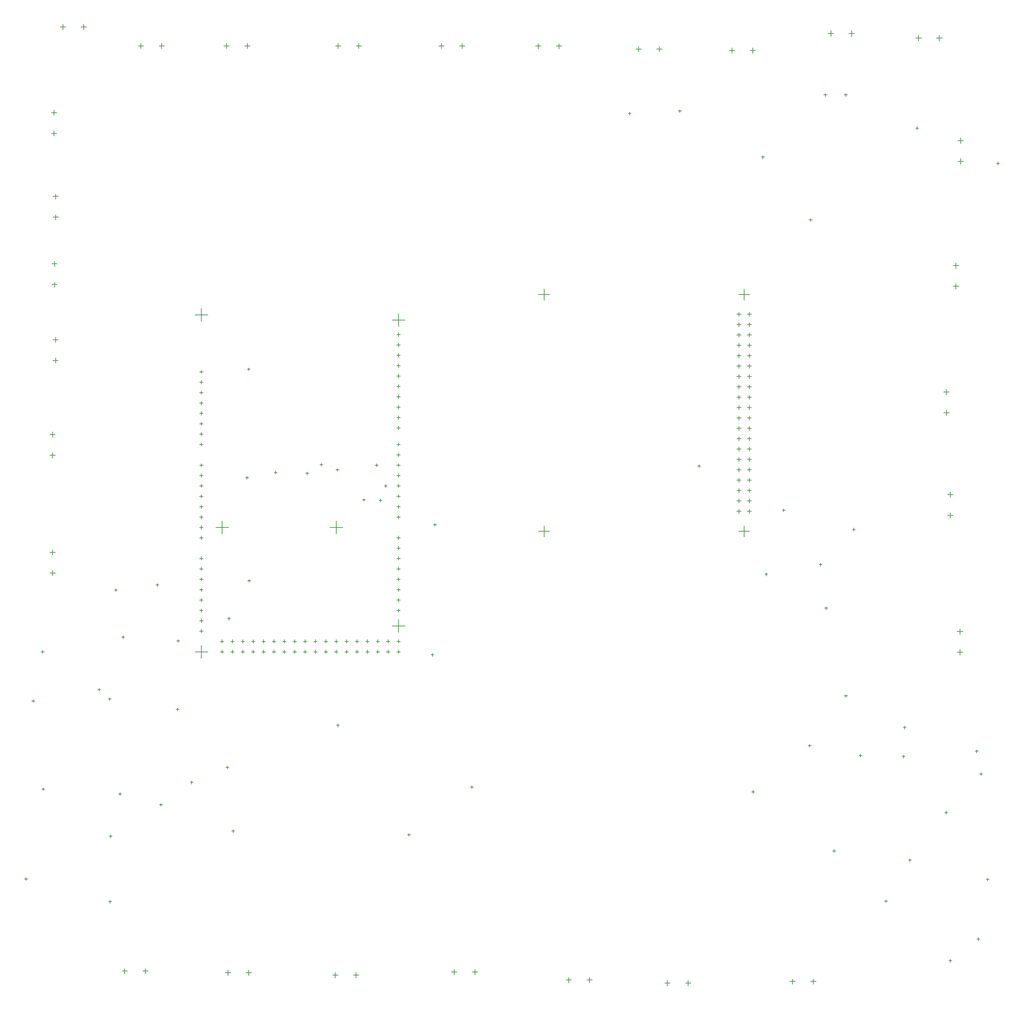
<source format=gbr>
%FSTAX25Y25*%
%MOIN*%
%SFA1B1*%

%IPPOS*%
%ADD35C,0.005118*%
G54D35*
X086374Y0936771D02*
X0869251D01*
X0866496Y0934015D02*
Y0939527D01*
X0779251Y0941299D02*
X0784763D01*
X0782007Y0938543D02*
Y0944055D01*
X0904251Y0837992D02*
X0909763D01*
X0907007Y0835236D02*
Y0840748D01*
X0899763Y071748D02*
X0905236D01*
X0902519Y0714724D02*
Y0720275D01*
X0794763Y0882007D02*
X0797913D01*
X0796338Y0880433D02*
Y0883582D01*
X0684094Y0924803D02*
X0689212D01*
X0686653Y0922244D02*
Y0927362D01*
X0594094Y0926299D02*
X0599212D01*
X0596653Y092374D02*
Y0928858D01*
X049744Y0929015D02*
X0502559D01*
X05Y0926456D02*
Y0931574D01*
X0890551Y0595511D02*
X0896062D01*
X0893307Y0592755D02*
Y0598267D01*
X0894251Y0496496D02*
X0899763D01*
X0897007Y049374D02*
Y0499251D01*
X0903543Y0364488D02*
X0909055D01*
X0906299Y0361732D02*
Y0367244D01*
X0691456Y0480354D02*
X0695472D01*
X0693464Y0478385D02*
Y0482362D01*
X076244Y0027007D02*
X0767559D01*
X0765Y0024448D02*
Y0029566D01*
X0641929Y0025511D02*
X0647047D01*
X0644488Y0022952D02*
Y002807D01*
X0546929Y0028503D02*
X0552047D01*
X0549488Y0025944D02*
Y0031062D01*
X0436456Y003622D02*
X0441574D01*
X0439015Y0033661D02*
Y0038779D01*
X0404094Y0929291D02*
X0409212D01*
X0406653Y0926732D02*
Y093185D01*
X0304606Y0929291D02*
X0309724D01*
X0307165Y0926732D02*
Y093185D01*
X0197086Y0929291D02*
X0202204D01*
X0199645Y0926732D02*
Y093185D01*
X0114606Y0929291D02*
X0119724D01*
X0117165Y0926732D02*
Y093185D01*
X0059448Y094748D02*
X0064566D01*
X0062007Y0944921D02*
Y0950078D01*
X0030944Y0845D02*
X0036062D01*
X0033503Y084244D02*
Y0847559D01*
X003244Y0764015D02*
X0037559D01*
X0035Y0761456D02*
Y0766574D01*
X0031377Y0699015D02*
X0036496D01*
X0033937Y0696456D02*
Y0701574D01*
X0032362Y0625984D02*
X003748D01*
X0034921Y0623425D02*
Y0628543D01*
X0193818Y0345D02*
X0197165D01*
X0195511Y0343346D02*
Y0346692D01*
X0321929Y0033228D02*
X0327047D01*
X0324488Y0030669D02*
Y0035787D01*
X0218425Y0035511D02*
X0223543D01*
X0220984Y0032952D02*
Y003807D01*
X0118937Y0037007D02*
X0124055D01*
X0121496Y0034448D02*
Y0039566D01*
X0029448Y0534488D02*
X0034566D01*
X0032007Y0531929D02*
Y0537047D01*
X0029448Y0420984D02*
X0034566D01*
X0032007Y0418425D02*
Y0423543D01*
X0293818Y0355D02*
X0297165D01*
X0295511Y0353346D02*
Y0356692D01*
X0303818Y0355D02*
X0307165D01*
X0305511Y0353346D02*
Y0356692D01*
X0363818Y0535D02*
X0367165D01*
X0365511Y0533307D02*
Y0536692D01*
X0263818Y0355D02*
X0267165D01*
X0265511Y0353346D02*
Y0356692D01*
X0323818Y0355D02*
X0327165D01*
X0325511Y0353346D02*
Y0356692D01*
X0363818Y0545D02*
X0367165D01*
X0365511Y0543346D02*
Y0546653D01*
X0894251Y0476496D02*
X0899763D01*
X0897007Y047374D02*
Y0479251D01*
X0903543Y0344488D02*
X0909055D01*
X0906299Y0341732D02*
Y0347244D01*
X0799251Y0941299D02*
X0804763D01*
X0802007Y0938543D02*
Y0944055D01*
X0098937Y0037007D02*
X0104055D01*
X0101496Y0034448D02*
Y0039566D01*
X0198425Y0035511D02*
X0203543D01*
X0200984Y0032952D02*
Y003807D01*
X0301929Y0033228D02*
X0307047D01*
X0304488Y0030669D02*
Y0035787D01*
X0416456Y003622D02*
X0421574D01*
X0419015Y0033661D02*
Y0038779D01*
X0526929Y0028503D02*
X0532047D01*
X0529488Y0025944D02*
Y0031062D01*
X0621929Y0025511D02*
X0627047D01*
X0624488Y0022952D02*
Y002807D01*
X074244Y0027007D02*
X0747559D01*
X0745Y0024448D02*
Y0029566D01*
X088374Y0936771D02*
X0889251D01*
X0886496Y0934015D02*
Y0939527D01*
X0904251Y0817992D02*
X0909763D01*
X0907007Y0815236D02*
Y0820748D01*
X0899763Y069748D02*
X0905236D01*
X0902519Y0694724D02*
Y0700275D01*
X0890551Y0575511D02*
X0896062D01*
X0893307Y0572755D02*
Y0578267D01*
X0614094Y0926299D02*
X0619212D01*
X0616653Y092374D02*
Y0928858D01*
X0217086Y0929291D02*
X0222204D01*
X0219645Y0926732D02*
Y093185D01*
X0134606Y0929291D02*
X0139724D01*
X0137165Y0926732D02*
Y093185D01*
X0324606Y0929291D02*
X0329724D01*
X0327165Y0926732D02*
Y093185D01*
X0424094Y0929291D02*
X0429212D01*
X0426653Y0926732D02*
Y093185D01*
X051744Y0929015D02*
X0522559D01*
X052Y0926456D02*
Y0931574D01*
X0704094Y0924803D02*
X0709212D01*
X0706653Y0922244D02*
Y0927362D01*
X0029448Y0440984D02*
X0034566D01*
X0032007Y0438425D02*
Y0443543D01*
X0039448Y094748D02*
X0044566D01*
X0042007Y0944921D02*
Y0950078D01*
X0030944Y0865D02*
X0036062D01*
X0033503Y086244D02*
Y0867559D01*
X003244Y0784015D02*
X0037559D01*
X0035Y0781456D02*
Y0786574D01*
X0029448Y0554488D02*
X0034566D01*
X0032007Y0551929D02*
Y0557047D01*
X0031377Y0719015D02*
X0036496D01*
X0033937Y0716456D02*
Y0721574D01*
X0032362Y0645984D02*
X003748D01*
X0034921Y0643425D02*
Y0648543D01*
X0500118Y0689527D02*
X0510944D01*
X0505551Y0684133D02*
Y069496D01*
X0500118Y0461181D02*
X0510944D01*
X0505551Y0455787D02*
Y0466614D01*
X0693031Y0461181D02*
X0703858D01*
X0698464Y0455787D02*
Y0466614D01*
X0693031Y0689527D02*
X0703858D01*
X0698464Y0684133D02*
Y069496D01*
X0691456Y0670354D02*
X0695472D01*
X0693464Y0668385D02*
Y0672362D01*
X0691456Y0660354D02*
X0695472D01*
X0693464Y0658385D02*
Y0662362D01*
X0691456Y0650354D02*
X0695472D01*
X0693464Y0648385D02*
Y0652362D01*
X0691456Y0640354D02*
X0695472D01*
X0693464Y0638385D02*
Y0642362D01*
X0691456Y0630354D02*
X0695472D01*
X0693464Y0628385D02*
Y0632362D01*
X0691456Y0620354D02*
X0695472D01*
X0693464Y0618385D02*
Y0622362D01*
X0701456Y0670354D02*
X0705472D01*
X0703464Y0668385D02*
Y0672362D01*
X0701456Y0660354D02*
X0705472D01*
X0703464Y0658385D02*
Y0662362D01*
X0701456Y0650354D02*
X0705472D01*
X0703464Y0648385D02*
Y0652362D01*
X0701456Y0640354D02*
X0705472D01*
X0703464Y0638385D02*
Y0642362D01*
X0701456Y0630354D02*
X0705472D01*
X0703464Y0628385D02*
Y0632362D01*
X0701456Y0620354D02*
X0705472D01*
X0703464Y0618385D02*
Y0622362D01*
X0691456Y0610354D02*
X0695472D01*
X0693464Y0608385D02*
Y0612362D01*
X0701456Y0610354D02*
X0705472D01*
X0703464Y0608385D02*
Y0612362D01*
X0691456Y0600354D02*
X0695472D01*
X0693464Y0598385D02*
Y0602362D01*
X0691456Y0590354D02*
X0695472D01*
X0693464Y0588385D02*
Y0592362D01*
X0691456Y0580354D02*
X0695472D01*
X0693464Y0578385D02*
Y0582362D01*
X0691456Y0570354D02*
X0695472D01*
X0693464Y0568385D02*
Y0572362D01*
X0691456Y0560354D02*
X0695472D01*
X0693464Y0558385D02*
Y0562362D01*
X0691456Y0550354D02*
X0695472D01*
X0693464Y0548385D02*
Y0552362D01*
X0701456Y0600354D02*
X0705472D01*
X0703464Y0598385D02*
Y0602362D01*
X0701456Y0590354D02*
X0705472D01*
X0703464Y0588385D02*
Y0592362D01*
X0701456Y0580354D02*
X0705472D01*
X0703464Y0578385D02*
Y0582362D01*
X0701456Y0570354D02*
X0705472D01*
X0703464Y0568385D02*
Y0572362D01*
X0701456Y0560354D02*
X0705472D01*
X0703464Y0558385D02*
Y0562362D01*
X0701456Y0550354D02*
X0705472D01*
X0703464Y0548385D02*
Y0552362D01*
X0691456Y0540354D02*
X0695472D01*
X0693464Y0538385D02*
Y0542362D01*
X0701456Y0540354D02*
X0705472D01*
X0703464Y0538385D02*
Y0542362D01*
X0691456Y0530354D02*
X0695472D01*
X0693464Y0528385D02*
Y0532362D01*
X0691456Y0520354D02*
X0695472D01*
X0693464Y0518385D02*
Y0522362D01*
X0691456Y0510354D02*
X0695472D01*
X0693464Y0508385D02*
Y0512362D01*
X0691456Y0500354D02*
X0695472D01*
X0693464Y0498385D02*
Y0502362D01*
X0691456Y0490354D02*
X0695472D01*
X0693464Y0488385D02*
Y0492362D01*
X0701456Y0530354D02*
X0705472D01*
X0703464Y0528385D02*
Y0532362D01*
X0701456Y0520354D02*
X0705472D01*
X0703464Y0518385D02*
Y0522362D01*
X0701456Y0510354D02*
X0705472D01*
X0703464Y0508385D02*
Y0512362D01*
X0701456Y0500354D02*
X0705472D01*
X0703464Y0498385D02*
Y0502362D01*
X0701456Y0490354D02*
X0705472D01*
X0703464Y0488385D02*
Y0492362D01*
X0701456Y0480354D02*
X0705472D01*
X0703464Y0478385D02*
Y0482362D01*
X0173818Y0615D02*
X0177165D01*
X0175511Y0613346D02*
Y0616653D01*
X0173818Y0605D02*
X0177165D01*
X0175511Y0603307D02*
Y0606692D01*
X0173818Y0595D02*
X0177165D01*
X0175511Y0593346D02*
Y0596653D01*
X0173818Y0585D02*
X0177165D01*
X0175511Y0583307D02*
Y0586653D01*
X0173818Y0575D02*
X0177165D01*
X0175511Y0573307D02*
Y0576692D01*
X0173818Y0565D02*
X0177165D01*
X0175511Y0563346D02*
Y0566653D01*
X0173818Y0555D02*
X0177165D01*
X0175511Y0553307D02*
Y0556692D01*
X0173818Y0545D02*
X0177165D01*
X0175511Y0543346D02*
Y0546653D01*
X0173818Y0525D02*
X0177165D01*
X0175511Y0523346D02*
Y0526653D01*
X0173818Y0515D02*
X0177165D01*
X0175511Y0513307D02*
Y0516692D01*
X0173818Y0505D02*
X0177165D01*
X0175511Y0503346D02*
Y0506692D01*
X0173818Y0495D02*
X0177165D01*
X0175511Y0493346D02*
Y0496653D01*
X0173818Y0485D02*
X0177165D01*
X0175511Y0483307D02*
Y0486653D01*
X0173818Y0475D02*
X0177165D01*
X0175511Y0473307D02*
Y0476653D01*
X0173818Y0465D02*
X0177165D01*
X0175511Y0463307D02*
Y0466692D01*
X0173818Y0455D02*
X0177165D01*
X0175511Y0453307D02*
Y0456692D01*
X0173818Y0435D02*
X0177165D01*
X0175511Y0433346D02*
Y0436692D01*
X0173818Y0425D02*
X0177165D01*
X0175511Y0423346D02*
Y0426692D01*
X0173818Y0415D02*
X0177165D01*
X0175511Y0413346D02*
Y0416653D01*
X0173818Y0405D02*
X0177165D01*
X0175511Y0403307D02*
Y0406653D01*
X0173818Y0395D02*
X0177165D01*
X0175511Y0393307D02*
Y0396653D01*
X0173818Y0385D02*
X0177165D01*
X0175511Y0383307D02*
Y0386653D01*
X0173818Y0375D02*
X0177165D01*
X0175511Y0373307D02*
Y0376692D01*
X0173818Y0365D02*
X0177165D01*
X0175511Y0363346D02*
Y0366692D01*
X0193818Y0355D02*
X0197165D01*
X0195511Y0353346D02*
Y0356692D01*
X0203818Y0345D02*
X0207165D01*
X0205511Y0343346D02*
Y0346692D01*
X0203818Y0355D02*
X0207165D01*
X0205511Y0353346D02*
Y0356692D01*
X0213818Y0345D02*
X0217165D01*
X0215511Y0343346D02*
Y0346692D01*
X0213818Y0355D02*
X0217165D01*
X0215511Y0353346D02*
Y0356692D01*
X0223818Y0345D02*
X0227165D01*
X0225511Y0343346D02*
Y0346692D01*
X0223818Y0355D02*
X0227165D01*
X0225511Y0353346D02*
Y0356692D01*
X0169212Y067D02*
X0181811D01*
X0175511Y06637D02*
Y0676299D01*
X0189212Y0465D02*
X0201811D01*
X0195511Y04587D02*
Y0471299D01*
X0299212Y0465D02*
X0311811D01*
X0305511Y04587D02*
Y0471299D01*
X0359212Y0665D02*
X0371811D01*
X0365511Y06587D02*
Y0671299D01*
X0169212Y0345D02*
X0181811D01*
X0175511Y03387D02*
Y0351299D01*
X0233818Y0355D02*
X0237165D01*
X0235511Y0353346D02*
Y0356692D01*
X0233818Y0345D02*
X0237165D01*
X0235511Y0343346D02*
Y0346692D01*
X0243818Y0355D02*
X0247165D01*
X0245511Y0353346D02*
Y0356692D01*
X0243818Y0345D02*
X0247165D01*
X0245511Y0343346D02*
Y0346692D01*
X0253818Y0355D02*
X0257165D01*
X0255511Y0353346D02*
Y0356692D01*
X0253818Y0345D02*
X0257165D01*
X0255511Y0343346D02*
Y0346692D01*
X0263818Y0345D02*
X0267165D01*
X0265511Y0343346D02*
Y0346692D01*
X0273818Y0355D02*
X0277165D01*
X0275511Y0353346D02*
Y0356692D01*
X0273818Y0345D02*
X0277165D01*
X0275511Y0343346D02*
Y0346692D01*
X0283818Y0355D02*
X0287165D01*
X0285511Y0353346D02*
Y0356692D01*
X0283818Y0345D02*
X0287165D01*
X0285511Y0343346D02*
Y0346692D01*
X0293818Y0345D02*
X0297165D01*
X0295511Y0343346D02*
Y0346692D01*
X0303818Y0345D02*
X0307165D01*
X0305511Y0343346D02*
Y0346692D01*
X0313818Y0355D02*
X0317165D01*
X0315511Y0353346D02*
Y0356692D01*
X0313818Y0345D02*
X0317165D01*
X0315511Y0343346D02*
Y0346692D01*
X0323818Y0345D02*
X0327165D01*
X0325511Y0343346D02*
Y0346692D01*
X0333818Y0355D02*
X0337165D01*
X0335511Y0353346D02*
Y0356692D01*
X0333818Y0345D02*
X0337165D01*
X0335511Y0343346D02*
Y0346692D01*
X0343818Y0355D02*
X0347165D01*
X0345511Y0353346D02*
Y0356692D01*
X0343818Y0345D02*
X0347165D01*
X0345511Y0343346D02*
Y0346692D01*
X0353818Y0355D02*
X0357165D01*
X0355511Y0353346D02*
Y0356692D01*
X0353818Y0345D02*
X0357165D01*
X0355511Y0343346D02*
Y0346692D01*
X0363818Y0355D02*
X0367165D01*
X0365511Y0353346D02*
Y0356692D01*
X0363818Y0345D02*
X0367165D01*
X0365511Y0343346D02*
Y0346692D01*
X0363818Y0385D02*
X0367165D01*
X0365511Y0383307D02*
Y0386653D01*
X0363818Y0395D02*
X0367165D01*
X0365511Y0393307D02*
Y0396653D01*
X0363818Y0405D02*
X0367165D01*
X0365511Y0403307D02*
Y0406653D01*
X0363818Y0415D02*
X0367165D01*
X0365511Y0413346D02*
Y0416653D01*
X0363818Y0425D02*
X0367165D01*
X0365511Y0423346D02*
Y0426692D01*
X0363818Y0435D02*
X0367165D01*
X0365511Y0433346D02*
Y0436692D01*
X0363818Y0445D02*
X0367165D01*
X0365511Y0443346D02*
Y0446692D01*
X0363818Y0455D02*
X0367165D01*
X0365511Y0453307D02*
Y0456692D01*
X0363818Y0475D02*
X0367165D01*
X0365511Y0473307D02*
Y0476653D01*
X0363818Y0485D02*
X0367165D01*
X0365511Y0483307D02*
Y0486653D01*
X0363818Y0495D02*
X0367165D01*
X0365511Y0493346D02*
Y0496653D01*
X0363818Y0505D02*
X0367165D01*
X0365511Y0503346D02*
Y0506692D01*
X0363818Y0515D02*
X0367165D01*
X0365511Y0513307D02*
Y0516692D01*
X0363818Y0525D02*
X0367165D01*
X0365511Y0523346D02*
Y0526653D01*
X0363818Y0560984D02*
X0367165D01*
X0365511Y055933D02*
Y0562677D01*
X0363818Y0570984D02*
X0367165D01*
X0365511Y056933D02*
Y0572677D01*
X0363818Y0580984D02*
X0367165D01*
X0365511Y057933D02*
Y0582677D01*
X0363818Y0590984D02*
X0367165D01*
X0365511Y058933D02*
Y0592677D01*
X0363818Y0600984D02*
X0367165D01*
X0365511Y059933D02*
Y0602677D01*
X0363818Y0610984D02*
X0367165D01*
X0365511Y060933D02*
Y0612677D01*
X0363818Y0620984D02*
X0367165D01*
X0365511Y061933D02*
Y0622677D01*
X0363818Y0630984D02*
X0367165D01*
X0365511Y062933D02*
Y0632677D01*
X0363818Y0640984D02*
X0367165D01*
X0365511Y063933D02*
Y0642677D01*
X0363818Y0650984D02*
X0367165D01*
X0365511Y064933D02*
Y0652677D01*
X0359212Y037D02*
X0371811D01*
X0365511Y03637D02*
Y0376299D01*
X0775078Y0882007D02*
X0778228D01*
X0776653Y0880433D02*
Y0883582D01*
X0922598Y0067992D02*
X0925393D01*
X0924015Y0066614D02*
Y0069409D01*
X0856614Y0144015D02*
X0859409D01*
X0857992Y0142598D02*
Y0145393D01*
X0925314Y0227204D02*
X092811D01*
X0926692Y0225787D02*
Y0228582D01*
X0921102Y0249015D02*
X0923897D01*
X0922519Y0247598D02*
Y0250393D01*
X0851614Y0272007D02*
X0854409D01*
X0852992Y027059D02*
Y0273385D01*
X085059Y0244015D02*
X0853385D01*
X0852007Y0242598D02*
Y0245393D01*
X0833582Y0104488D02*
X0836417D01*
X0835Y010311D02*
Y0105905D01*
X0783582Y0152992D02*
X0786417D01*
X0785Y0151614D02*
Y0154409D01*
X0219606Y0617519D02*
X0222401D01*
X0220984Y0616102D02*
Y0618897D01*
X021811Y0512992D02*
X0220905D01*
X0219488Y0511614D02*
Y0514409D01*
X0891614Y019D02*
X0894409D01*
X0892992Y0188582D02*
Y0191417D01*
X077059Y0429015D02*
X0773385D01*
X0772007Y0427598D02*
Y0430393D01*
X0220118Y0413503D02*
X0222913D01*
X0221496Y0412086D02*
Y0414881D01*
X0151614Y0355511D02*
X0154409D01*
X0152992Y0354094D02*
Y0356889D01*
X0346614Y0490984D02*
X0349409D01*
X0347992Y0489606D02*
Y0492401D01*
X033059Y0491496D02*
X0333385D01*
X0332007Y0490118D02*
Y0492913D01*
X0351614Y0505D02*
X0354409D01*
X0352992Y0503582D02*
Y0506417D01*
X089559Y0047007D02*
X0898385D01*
X0897007Y004559D02*
Y0048385D01*
X070559Y021D02*
X0708385D01*
X0707007Y0208582D02*
Y0211417D01*
X0653582Y0524015D02*
X0656417D01*
X0655Y0522598D02*
Y0525393D01*
X0342834Y0525D02*
X0345629D01*
X0344251Y0523582D02*
Y0526417D01*
X0931614Y0125511D02*
X0934409D01*
X0932992Y0124094D02*
Y0126889D01*
X0760118Y0254488D02*
X0762913D01*
X0761496Y025311D02*
Y0255905D01*
X0718307Y0419685D02*
X0721102D01*
X0719685Y0418307D02*
Y0421102D01*
X0735118Y0481496D02*
X0737913D01*
X0736496Y0480118D02*
Y0482913D01*
X0776102Y0387007D02*
X0778897D01*
X0777519Y038559D02*
Y0388385D01*
X0761102Y0761496D02*
X0763897D01*
X0762519Y0760118D02*
Y0762913D01*
X0305118Y0520511D02*
X0307913D01*
X0306496Y0519094D02*
Y0521889D01*
X0276102Y0517007D02*
X0278897D01*
X0277519Y051559D02*
Y0518385D01*
X0809094Y0245D02*
X0811889D01*
X0810511Y0243582D02*
Y0246417D01*
X0802598Y0462992D02*
X0805393D01*
X0804015Y0461614D02*
Y0464409D01*
X0289606Y0525511D02*
X0292401D01*
X0290984Y0524094D02*
Y0526889D01*
X0795118Y030248D02*
X0797913D01*
X0796496Y0301102D02*
Y0303897D01*
X0434606Y0214488D02*
X0437401D01*
X0435984Y021311D02*
Y0215905D01*
X0399094Y0467519D02*
X0401889D01*
X0400511Y0466102D02*
Y0468897D01*
X0635118Y0866496D02*
X0637913D01*
X0636496Y0865118D02*
Y0867913D01*
X0586614Y0864015D02*
X0589409D01*
X0587992Y0862598D02*
Y0865393D01*
X0164606Y0219015D02*
X0167401D01*
X0165984Y0217598D02*
Y0220393D01*
X0091614Y0404488D02*
X0094409D01*
X0092992Y040311D02*
Y0405905D01*
X0098582Y0359015D02*
X0101417D01*
X01Y0357598D02*
Y0360393D01*
X008559Y0299488D02*
X0088385D01*
X0087007Y029811D02*
Y0300905D01*
X0086614Y0167007D02*
X0089409D01*
X0087992Y016559D02*
Y0168385D01*
X0086102Y0104015D02*
X0088897D01*
X0087519Y0102598D02*
Y0105393D01*
X0012086Y0297519D02*
X0014881D01*
X0013503Y0296102D02*
Y0298897D01*
X0021102Y0345D02*
X0023897D01*
X0022519Y0343582D02*
Y0346417D01*
X024559Y0517992D02*
X0248385D01*
X0247007Y0516614D02*
Y0519409D01*
X020059Y0377007D02*
X0203385D01*
X0202007Y037559D02*
Y0378385D01*
X007559Y0308503D02*
X0078385D01*
X0077007Y0307086D02*
Y0309881D01*
X0151102Y0289488D02*
X0153897D01*
X0152519Y028811D02*
Y0290905D01*
X009559Y0207992D02*
X0098385D01*
X0097007Y0206614D02*
Y0209409D01*
X0204606Y0172007D02*
X0207401D01*
X0205984Y017059D02*
Y0173385D01*
X0374094Y0168503D02*
X0376889D01*
X0375511Y0167086D02*
Y0169881D01*
X0021614Y021248D02*
X0024409D01*
X0022992Y0211102D02*
Y0213897D01*
X0131614Y0409488D02*
X0134409D01*
X0132992Y040811D02*
Y0410905D01*
X0135118Y0197519D02*
X0137913D01*
X0136496Y0196102D02*
Y0198897D01*
X030559Y0274015D02*
X0308385D01*
X0307007Y0272598D02*
Y0275393D01*
X0199094Y0233503D02*
X0201889D01*
X0200511Y0232086D02*
Y0234881D01*
X0005118Y0125984D02*
X0007913D01*
X0006496Y0124606D02*
Y0127401D01*
X0396614Y0342007D02*
X0399409D01*
X0397992Y034059D02*
Y0343385D01*
X0715118Y0822007D02*
X0717913D01*
X0716496Y082059D02*
Y0823385D01*
X0941614Y0815984D02*
X0944409D01*
X0942992Y0814606D02*
Y0817401D01*
X0863582Y085D02*
X0866417D01*
X0865Y0848582D02*
Y0851417D01*
M02*
</source>
